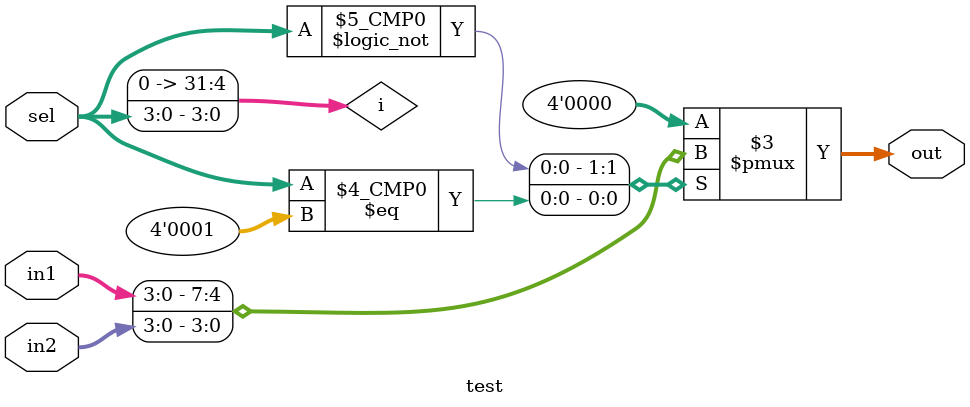
<source format=v>
module test(input [3:0] in1, in2, sel, output reg [3:0] out);

integer i;
always @(in1, in2, sel) begin
    i = sel;
	case (i)
	    0: out = in1;
	    1: out = in2;
		default:
		    out = 0;
	endcase
end
endmodule	
	
	

</source>
